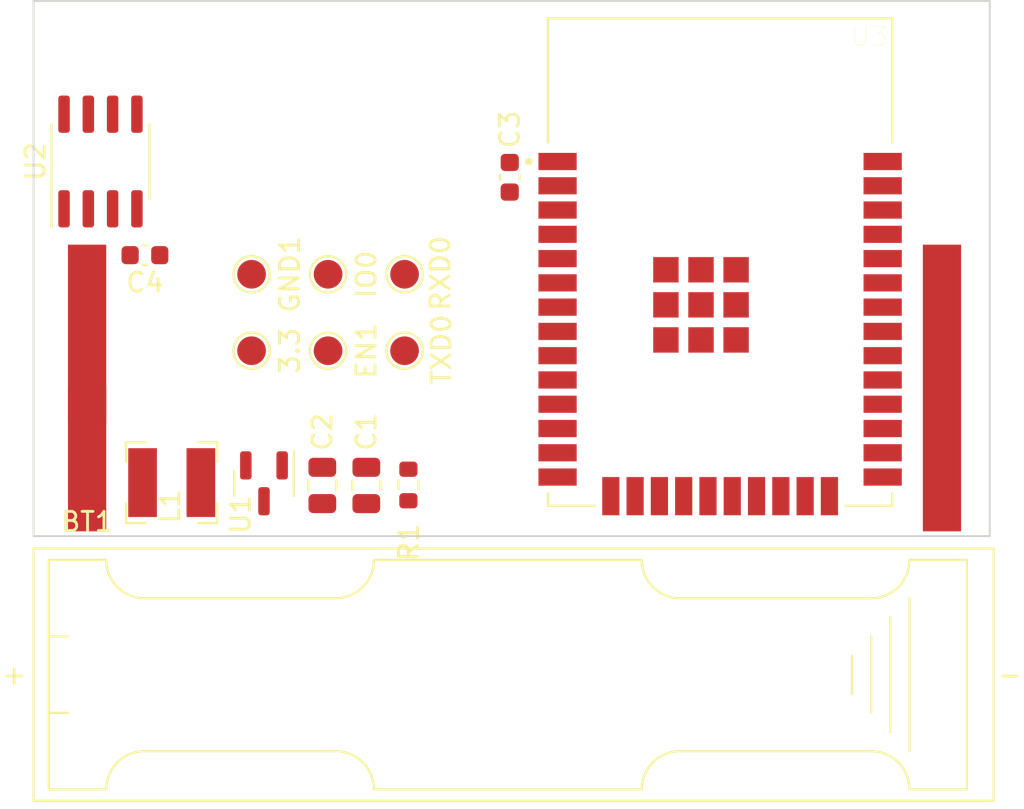
<source format=kicad_pcb>
(kicad_pcb (version 20211014) (generator pcbnew)
  (layers (0 "F.Cu" signal) (31 "B.Cu" signal) (34 "B.Paste" user) (35 "F.Paste" user) (36 "B.SilkS" user "B.Silkscreen") (37 "F.SilkS" user "F.Silkscreen") (38 "B.Mask" user) (39 "F.Mask" user) (44 "Edge.Cuts" user))
  (net 0 "")
  (net 1 "Net-(EN1-Pad1)")
  (net 2 "Net-(IO0-Pad1)")
  (net 3 "Net-(L1-Pad2)")
  (net 4 "Net-(RXD0-Pad1)")
  (net 5 "Net-(TXD0-Pad1)")
  (net 6 "Net-(U2-Pad4)")
  (net 7 "Net-(U2-Pad5)")
  (net 8 "Net-(U2-Pad6)")
  (net 9 "Net-(U2-Pad7)")
  (net 10 "Net-(U2-Pad8)")
  (net 36 "Net-(BT1-Pad1)")
  (net 37 "/3.3")
  (net 38 "/GND")
  (footprint "Capacitor_SMD:C_0603_1608Metric" (layer "F.Cu") (at 5.825 -14.7 180)
    (fp_text reference "C4" (at 0 -1.43) (layer "F.SilkS"))
    (fp_text value "470nF")
    (fp_line (start -0.14058 -0.51) (end 0.14058 -0.51) (layer "F.SilkS") (width 0.12))
    (fp_line (start -0.14058 0.51) (end 0.14058 0.51) (layer "F.SilkS") (width 0.12))
    (pad "1" smd roundrect (at -0.775 0 180) (size 0.9 0.95) (layers "F.Cu" "F.Paste" "F.Mask") (net 38 "/GND"))
    (pad "2" smd roundrect (at 0.775 0 180) (size 0.9 0.95) (layers "F.Cu" "F.Paste" "F.Mask") (net 37 "/3.3"))
  )
  (footprint "Package_TO_SOT_SMD:SOT-23" (layer "F.Cu") (at 12.05 -2.7625 -90)
    (fp_text reference "U1" (at 1.6375 1.225 90) (layer "F.SilkS"))
    (fp_text value "TPS613221A")
    (fp_line (start 0 1.56) (end -0.65 1.56) (layer "F.SilkS") (width 0.12))
    (fp_line (start 0 1.56) (end 0.65 1.56) (layer "F.SilkS") (width 0.12))
    (fp_line (start 0 -1.56) (end -1.675 -1.56) (layer "F.SilkS") (width 0.12))
    (fp_line (start 0 -1.56) (end 0.65 -1.56) (layer "F.SilkS") (width 0.12))
    (pad "1" smd roundrect (at -0.9375 -0.95 270) (size 1.475 0.6) (layers "F.Cu" "F.Paste" "F.Mask") (net 37 "/3.3"))
    (pad "2" smd roundrect (at -0.9375 0.95 270) (size 1.475 0.6) (layers "F.Cu" "F.Paste" "F.Mask") (net 3 "Net-(L1-Pad2)"))
    (pad "3" smd roundrect (at 0.9375 0 270) (size 1.475 0.6) (layers "F.Cu" "F.Paste" "F.Mask") (net 38 "/GND"))
  )
  (footprint "TestPoint:TestPoint_Pad_D1.5mm" (layer "F.Cu") (at 15.4 -9.7 180)
    (fp_text reference "EN1" (at -2 0 90) (layer "F.SilkS"))
    (fp_text value "TestPoint")
    (fp_circle (center 0 0) (end 0 0.95) (layer "F.SilkS") (width 0.12) (fill none))
    (pad "1" smd circle (at 0 0 180) (size 1.5 1.5) (layers "F.Cu" "F.Mask") (net 1 "Net-(EN1-Pad1)"))
  )
  (footprint "KiCadGlobal:ESP32-WROOM-32E" (layer "F.Cu") (at 35.9 -14.34)
    (fp_text reference "U3" (at 7.8125 -11.8) (layer "F.SilkS") (effects (font (thickness 0.015))))
    (fp_text value "ESP32-WROOM")
    (fp_line (start -9 12.75) (end -6.55 12.75) (layer "F.SilkS") (width 0.127))
    (fp_line (start -9 -6.25) (end -9 -12.75) (layer "F.SilkS") (width 0.127))
    (fp_line (start 9 12.75) (end 9 12.1) (layer "F.SilkS") (width 0.127))
    (fp_line (start -9 12.1) (end -9 12.75) (layer "F.SilkS") (width 0.127))
    (fp_line (start 6.55 12.75) (end 9 12.75) (layer "F.SilkS") (width 0.127))
    (fp_line (start 9 -12.75) (end 9 -6.25) (layer "F.SilkS") (width 0.127))
    (fp_line (start -9 -12.75) (end 9 -12.75) (layer "F.SilkS") (width 0.127))
    (fp_circle (center -10 -5.25) (end -9.9 -5.25) (layer "F.SilkS") (width 0.2) (fill none))
    (pad "1" smd rect (at -8.5 -5.26) (size 2 0.9) (layers "F.Cu" "F.Paste" "F.Mask") (net 38 "/GND"))
    (pad "2" smd rect (at -8.5 -3.99) (size 2 0.9) (layers "F.Cu" "F.Paste" "F.Mask") (net 37 "/3.3"))
    (pad "3" smd rect (at -8.5 -2.72) (size 2 0.9) (layers "F.Cu" "F.Paste" "F.Mask") (net 1 "Net-(EN1-Pad1)"))
    (pad "4" smd rect (at -8.5 -1.45) (size 2 0.9) (layers "F.Cu" "F.Paste" "F.Mask"))
    (pad "5" smd rect (at -8.5 -0.18) (size 2 0.9) (layers "F.Cu" "F.Paste" "F.Mask"))
    (pad "6" smd rect (at -8.5 1.09) (size 2 0.9) (layers "F.Cu" "F.Paste" "F.Mask"))
    (pad "7" smd rect (at -8.5 2.36) (size 2 0.9) (layers "F.Cu" "F.Paste" "F.Mask"))
    (pad "8" smd rect (at -8.5 3.63) (size 2 0.9) (layers "F.Cu" "F.Paste" "F.Mask"))
    (pad "9" smd rect (at -8.5 4.9) (size 2 0.9) (layers "F.Cu" "F.Paste" "F.Mask"))
    (pad "10" smd rect (at -8.5 6.17) (size 2 0.9) (layers "F.Cu" "F.Paste" "F.Mask") (net 8 "Net-(U2-Pad6)"))
    (pad "11" smd rect (at -8.5 7.44) (size 2 0.9) (layers "F.Cu" "F.Paste" "F.Mask"))
    (pad "12" smd rect (at -8.5 8.71) (size 2 0.9) (layers "F.Cu" "F.Paste" "F.Mask"))
    (pad "13" smd rect (at -8.5 9.98) (size 2 0.9) (layers "F.Cu" "F.Paste" "F.Mask") (net 10 "Net-(U2-Pad8)"))
    (pad "14" smd rect (at -8.5 11.25) (size 2 0.9) (layers "F.Cu" "F.Paste" "F.Mask") (net 7 "Net-(U2-Pad5)"))
    (pad "15" smd rect (at -5.715 12.25) (size 0.9 2) (layers "F.Cu" "F.Paste" "F.Mask") (net 38 "/GND"))
    (pad "16" smd rect (at -4.445 12.25) (size 0.9 2) (layers "F.Cu" "F.Paste" "F.Mask") (net 9 "Net-(U2-Pad7)"))
    (pad "17" smd rect (at -3.175 12.25) (size 0.9 2) (layers "F.Cu" "F.Paste" "F.Mask"))
    (pad "18" smd rect (at -1.905 12.25) (size 0.9 2) (layers "F.Cu" "F.Paste" "F.Mask"))
    (pad "19" smd rect (at -0.635 12.25) (size 0.9 2) (layers "F.Cu" "F.Paste" "F.Mask"))
    (pad "20" smd rect (at 0.635 12.25) (size 0.9 2) (layers "F.Cu" "F.Paste" "F.Mask"))
    (pad "21" smd rect (at 1.905 12.25) (size 0.9 2) (layers "F.Cu" "F.Paste" "F.Mask"))
    (pad "22" smd rect (at 3.175 12.25) (size 0.9 2) (layers "F.Cu" "F.Paste" "F.Mask"))
    (pad "23" smd rect (at 4.445 12.25) (size 0.9 2) (layers "F.Cu" "F.Paste" "F.Mask") (net 6 "Net-(U2-Pad4)"))
    (pad "24" smd rect (at 5.715 12.25) (size 0.9 2) (layers "F.Cu" "F.Paste" "F.Mask"))
    (pad "25" smd rect (at 8.5 11.25) (size 2 0.9) (layers "F.Cu" "F.Paste" "F.Mask") (net 2 "Net-(IO0-Pad1)"))
    (pad "26" smd rect (at 8.5 9.98) (size 2 0.9) (layers "F.Cu" "F.Paste" "F.Mask"))
    (pad "27" smd rect (at 8.5 8.71) (size 2 0.9) (layers "F.Cu" "F.Paste" "F.Mask"))
    (pad "28" smd rect (at 8.5 7.44) (size 2 0.9) (layers "F.Cu" "F.Paste" "F.Mask"))
    (pad "29" smd rect (at 8.5 6.17) (size 2 0.9) (layers "F.Cu" "F.Paste" "F.Mask"))
    (pad "30" smd rect (at 8.5 4.9) (size 2 0.9) (layers "F.Cu" "F.Paste" "F.Mask"))
    (pad "31" smd rect (at 8.5 3.63) (size 2 0.9) (layers "F.Cu" "F.Paste" "F.Mask"))
    (pad "32" smd rect (at 8.5 2.36) (size 2 0.9) (layers "F.Cu" "F.Paste" "F.Mask"))
    (pad "33" smd rect (at 8.5 1.09) (size 2 0.9) (layers "F.Cu" "F.Paste" "F.Mask"))
    (pad "34" smd rect (at 8.5 -0.18) (size 2 0.9) (layers "F.Cu" "F.Paste" "F.Mask") (net 4 "Net-(RXD0-Pad1)"))
    (pad "35" smd rect (at 8.5 -1.45) (size 2 0.9) (layers "F.Cu" "F.Paste" "F.Mask") (net 5 "Net-(TXD0-Pad1)"))
    (pad "36" smd rect (at 8.5 -2.72) (size 2 0.9) (layers "F.Cu" "F.Paste" "F.Mask"))
    (pad "37" smd rect (at 8.5 -3.99) (size 2 0.9) (layers "F.Cu" "F.Paste" "F.Mask"))
    (pad "38" smd rect (at 8.5 -5.26) (size 2 0.9) (layers "F.Cu" "F.Paste" "F.Mask") (net 38 "/GND"))
    (pad "39" smd rect (at 0.835 0.405) (size 1.33 1.33) (layers "F.Cu" "F.Paste" "F.Mask") (net 38 "/GND"))
    (pad "39" smd rect (at -2.835 0.405) (size 1.33 1.33) (layers "F.Cu" "F.Paste" "F.Mask") (net 38 "/GND"))
    (pad "39" smd rect (at -2.835 4.075) (size 1.33 1.33) (layers "F.Cu" "F.Paste" "F.Mask") (net 38 "/GND"))
    (pad "39" smd rect (at 0.835 4.075) (size 1.33 1.33) (layers "F.Cu" "F.Paste" "F.Mask") (net 38 "/GND"))
    (pad "39" smd rect (at -1 2.24) (size 1.33 1.33) (layers "F.Cu" "F.Paste" "F.Mask") (net 38 "/GND"))
    (pad "39" smd rect (at -1 0.405) (size 1.33 1.33) (layers "F.Cu" "F.Paste" "F.Mask") (net 38 "/GND"))
    (pad "39" smd rect (at 0.835 2.24) (size 1.33 1.33) (layers "F.Cu" "F.Paste" "F.Mask") (net 38 "/GND"))
    (pad "39" smd rect (at -2.835 2.24) (size 1.33 1.33) (layers "F.Cu" "F.Paste" "F.Mask") (net 38 "/GND"))
    (pad "39" smd rect (at -1 4.075) (size 1.33 1.33) (layers "F.Cu" "F.Paste" "F.Mask") (net 38 "/GND"))
  )
  (footprint "Capacitor_SMD:C_0805_2012Metric" (layer "F.Cu") (at 17.4 -2.65 -90)
    (fp_text reference "C1" (at -2.8 0 90) (layer "F.SilkS"))
    (fp_text value "22uf")
    (fp_line (start -0.261252 -0.735) (end 0.261252 -0.735) (layer "F.SilkS") (width 0.12))
    (fp_line (start -0.261252 0.735) (end 0.261252 0.735) (layer "F.SilkS") (width 0.12))
    (pad "1" smd roundrect (at -0.95 0 270) (size 1 1.45) (layers "F.Cu" "F.Paste" "F.Mask") (net 37 "/3.3"))
    (pad "2" smd roundrect (at 0.95 0 270) (size 1 1.45) (layers "F.Cu" "F.Paste" "F.Mask") (net 38 "/GND"))
  )
  (footprint "KiCadGlobal:SOIC-8-1EP_3.9x4.9mm_P1.27mm" (layer "F.Cu") (at 3.5 -19.6 90)
    (fp_text reference "U2" (at 0 -3.4 90) (layer "F.SilkS"))
    (fp_text value "Cur4000")
    (fp_line (start 0 -2.56) (end 1.95 -2.56) (layer "F.SilkS") (width 0.12))
    (fp_line (start 0 -2.56) (end -3.45 -2.56) (layer "F.SilkS") (width 0.12))
    (fp_line (start 0 2.56) (end -1.95 2.56) (layer "F.SilkS") (width 0.12))
    (fp_line (start 0 2.56) (end 1.95 2.56) (layer "F.SilkS") (width 0.12))
    (pad "1" smd roundrect (at -2.475 -1.905 90) (size 1.95 0.6) (layers "F.Cu" "F.Paste" "F.Mask") (net 37 "/3.3"))
    (pad "2" smd roundrect (at -2.475 -0.635 90) (size 1.95 0.6) (layers "F.Cu" "F.Paste" "F.Mask") (net 38 "/GND"))
    (pad "3" smd roundrect (at -2.475 0.635 90) (size 1.95 0.6) (layers "F.Cu" "F.Paste" "F.Mask") (net 38 "/GND") (thermal_gap 0.25))
    (pad "4" smd roundrect (at -2.475 1.905 90) (size 1.95 0.6) (layers "F.Cu" "F.Paste" "F.Mask") (net 6 "Net-(U2-Pad4)"))
    (pad "5" smd roundrect (at 2.475 1.905 90) (size 1.95 0.6) (layers "F.Cu" "F.Paste" "F.Mask") (net 7 "Net-(U2-Pad5)"))
    (pad "6" smd roundrect (at 2.475 0.635 90) (size 1.95 0.6) (layers "F.Cu" "F.Paste" "F.Mask") (net 8 "Net-(U2-Pad6)"))
    (pad "7" smd roundrect (at 2.475 -0.635 90) (size 1.95 0.6) (layers "F.Cu" "F.Paste" "F.Mask") (net 9 "Net-(U2-Pad7)"))
    (pad "8" smd roundrect (at 2.475 -1.905 90) (size 1.95 0.6) (layers "F.Cu" "F.Paste" "F.Mask") (net 10 "Net-(U2-Pad8)"))
  )
  (footprint "Capacitor_SMD:C_0603_1608Metric" (layer "F.Cu") (at 24.9 -18.775 90)
    (fp_text reference "C3" (at 2.5 0 90) (layer "F.SilkS"))
    (fp_text value "100nf")
    (fp_line (start -0.14058 -0.51) (end 0.14058 -0.51) (layer "F.SilkS") (width 0.12))
    (fp_line (start -0.14058 0.51) (end 0.14058 0.51) (layer "F.SilkS") (width 0.12))
    (pad "1" smd roundrect (at -0.775 0 90) (size 0.9 0.95) (layers "F.Cu" "F.Paste" "F.Mask") (net 37 "/3.3"))
    (pad "2" smd roundrect (at 0.775 0 90) (size 0.9 0.95) (layers "F.Cu" "F.Paste" "F.Mask") (net 38 "/GND"))
  )
  (footprint "TestPoint:TestPoint_Pad_D1.5mm" (layer "F.Cu") (at 11.4 -9.7 180)
    (fp_text reference "3.3" (at -2 0 90) (layer "F.SilkS"))
    (fp_text value "TestPoint")
    (fp_circle (center 0 0) (end 0 0.95) (layer "F.SilkS") (width 0.12) (fill none))
    (pad "1" smd circle (at 0 0 180) (size 1.5 1.5) (layers "F.Cu" "F.Mask") (net 37 "/3.3"))
  )
  (footprint "Resistor_SMD:R_0603_1608Metric" (layer "F.Cu") (at 19.6 -2.675 90)
    (fp_text reference "R1" (at -3 0.025 90) (layer "F.SilkS"))
    (fp_text value "10k")
    (fp_line (start -0.237258 -0.5225) (end 0.237258 -0.5225) (layer "F.SilkS") (width 0.12))
    (fp_line (start -0.237258 0.5225) (end 0.237258 0.5225) (layer "F.SilkS") (width 0.12))
    (pad "1" smd roundrect (at -0.825 0 90) (size 0.8 0.95) (layers "F.Cu" "F.Paste" "F.Mask") (net 37 "/3.3"))
    (pad "2" smd roundrect (at 0.825 0 90) (size 0.8 0.95) (layers "F.Cu" "F.Paste" "F.Mask") (net 1 "Net-(EN1-Pad1)"))
  )
  (footprint "TestPoint:TestPoint_Pad_D1.5mm" (layer "F.Cu") (at 15.4 -13.7 180)
    (fp_text reference "IO0" (at -2 0 90) (layer "F.SilkS"))
    (fp_text value "TestPoint")
    (fp_circle (center 0 0) (end 0 0.95) (layer "F.SilkS") (width 0.12) (fill none))
    (pad "1" smd circle (at 0 0 180) (size 1.5 1.5) (layers "F.Cu" "F.Mask") (net 2 "Net-(IO0-Pad1)"))
  )
  (footprint "Capacitor_SMD:C_0805_2012Metric" (layer "F.Cu") (at 15.1 -2.65 -90)
    (fp_text reference "C2" (at -2.8 0 90) (layer "F.SilkS"))
    (fp_text value "22uf")
    (fp_line (start -0.261252 0.735) (end 0.261252 0.735) (layer "F.SilkS") (width 0.12))
    (fp_line (start -0.261252 -0.735) (end 0.261252 -0.735) (layer "F.SilkS") (width 0.12))
    (pad "1" smd roundrect (at -0.95 0 270) (size 1 1.45) (layers "F.Cu" "F.Paste" "F.Mask") (net 37 "/3.3"))
    (pad "2" smd roundrect (at 0.95 0 270) (size 1 1.45) (layers "F.Cu" "F.Paste" "F.Mask") (net 38 "/GND"))
  )
  (footprint "Inductor_SMD:L_Bourns-SRN4018" (layer "F.Cu") (at 7.225 -2.8)
    (fp_text reference "L1" (at -0.0875 1.25 90) (layer "F.SilkS"))
    (fp_text value "4.7uF")
    (fp_line (start -2.385 -2.11) (end -2.385 -1.085) (layer "F.SilkS") (width 0.12))
    (fp_line (start -2.385 2.11) (end -1.36 2.11) (layer "F.SilkS") (width 0.12))
    (fp_line (start 2.385 2.11) (end 2.385 1.085) (layer "F.SilkS") (width 0.12))
    (fp_line (start -2.385 -2.11) (end -1.36 -2.11) (layer "F.SilkS") (width 0.12))
    (fp_line (start 2.385 2.11) (end 1.36 2.11) (layer "F.SilkS") (width 0.12))
    (fp_line (start -2.385 2.11) (end -2.385 1.085) (layer "F.SilkS") (width 0.12))
    (fp_line (start 2.385 -2.11) (end 2.385 -1.085) (layer "F.SilkS") (width 0.12))
    (fp_line (start 2.385 -2.11) (end 1.36 -2.11) (layer "F.SilkS") (width 0.12))
    (pad "1" smd rect (at -1.525 0) (size 1.5 3.6) (layers "F.Cu" "F.Paste" "F.Mask") (net 36 "Net-(BT1-Pad1)"))
    (pad "2" smd rect (at 1.525 0) (size 1.5 3.6) (layers "F.Cu" "F.Paste" "F.Mask") (net 3 "Net-(L1-Pad2)"))
  )
  (footprint "TestPoint:TestPoint_Pad_D1.5mm" (layer "F.Cu") (at 11.4 -13.7 180)
    (fp_text reference "GND1" (at -2 0 90) (layer "F.SilkS"))
    (fp_text value "TestPoint")
    (fp_circle (center 0 0) (end 0 0.95) (layer "F.SilkS") (width 0.12) (fill none))
    (pad "1" smd circle (at 0 0 180) (size 1.5 1.5) (layers "F.Cu" "F.Mask") (net 38 "/GND"))
  )
  (footprint "KiCadGlobal:BatteryHolder_Keystone_2466_1xAAA" (layer "F.Cu") (at 2.8 7.25)
    (fp_text reference "BT1" (at 0 -8) (layer "F.SilkS"))
    (fp_text value "AAA Battery")
    (fp_text user "+" (at -3.81 0) (layer "F.SilkS"))
    (fp_text user "-" (at 48.26 0) (layer "F.SilkS"))
    (fp_line (start -2 -6) (end 1 -6) (layer "F.SilkS") (width 0.12))
    (fp_line (start 43 -4) (end 43 4) (layer "F.SilkS") (width 0.12))
    (fp_line (start -2 -6) (end -2 6) (layer "F.SilkS") (width 0.12))
    (fp_line (start -2.8 6.6) (end 47.4 6.6) (layer "F.SilkS") (width 0.12))
    (fp_line (start -2 -2) (end -1 -2) (layer "F.SilkS") (width 0.12))
    (fp_line (start 46 -6) (end 46 6) (layer "F.SilkS") (width 0.12))
    (fp_line (start -2.8 -6.6) (end -2.8 6.6) (layer "F.SilkS") (width 0.12))
    (fp_line (start -1 2) (end -2 2) (layer "F.SilkS") (width 0.12))
    (fp_line (start -2 6) (end 1 6) (layer "F.SilkS") (width 0.12))
    (fp_line (start 29 -6) (end 15 -6) (layer "F.SilkS") (width 0.12))
    (fp_line (start 40 -1) (end 40 1) (layer "F.SilkS") (width 0.12))
    (fp_line (start 46 6) (end 43 6) (layer "F.SilkS") (width 0.12))
    (fp_line (start 41 4) (end 31 4) (layer "F.SilkS") (width 0.12))
    (fp_line (start 41 -2) (end 41 2) (layer "F.SilkS") (width 0.12))
    (fp_line (start 15 6) (end 29 6) (layer "F.SilkS") (width 0.12))
    (fp_line (start 3 -4) (end 13 -4) (layer "F.SilkS") (width 0.12))
    (fp_line (start 41 -4) (end 31 -4) (layer "F.SilkS") (width 0.12))
    (fp_line (start 42 3) (end 42 -3) (layer "F.SilkS") (width 0.12))
    (fp_line (start 46 -6) (end 43 -6) (layer "F.SilkS") (width 0.12))
    (fp_line (start 47.4 -6.6) (end -2.8 -6.6) (layer "F.SilkS") (width 0.12))
    (fp_line (start 3 4) (end 13 4) (layer "F.SilkS") (width 0.12))
    (fp_line (start 47.4 6.6) (end 47.4 -6.6) (layer "F.SilkS") (width 0.12))
    (fp_arc (start 41 4) (mid 42.414214 4.585786) (end 43 6) (layer "F.SilkS") (width 0.12))
    (fp_arc (start 43 -6) (mid 42.414214 -4.585786) (end 41 -4) (layer "F.SilkS") (width 0.12))
    (fp_arc (start 31 -4) (mid 29.585786 -4.585786) (end 29 -6) (layer "F.SilkS") (width 0.12))
    (fp_arc (start 29 6) (mid 29.585786 4.585786) (end 31 4) (layer "F.SilkS") (width 0.12))
    (fp_arc (start 13 4) (mid 14.414214 4.585786) (end 15 6) (layer "F.SilkS") (width 0.12))
    (fp_arc (start 3 -4) (mid 1.585786 -4.585786) (end 1 -6) (layer "F.SilkS") (width 0.12))
    (fp_arc (start 1 6) (mid 1.585786 4.585786) (end 3 4) (layer "F.SilkS") (width 0.12))
    (fp_arc (start 15 -6) (mid 14.414214 -4.585786) (end 13 -4) (layer "F.SilkS") (width 0.12))
    (pad "1" smd rect (at 0 -15) (size 2 15) (layers "F.Cu" "F.Paste" "F.Mask") (net 36 "Net-(BT1-Pad1)"))
    (pad "2" smd rect (at 44.7 -15) (size 2 15) (layers "F.Cu" "F.Paste" "F.Mask") (net 38 "/GND"))
  )
  (footprint "TestPoint:TestPoint_Pad_D1.5mm" (layer "F.Cu") (at 19.4 -13.7 180)
    (fp_text reference "RXD0" (at -1.875 0.05 90) (layer "F.SilkS"))
    (fp_text value "TestPoint")
    (fp_circle (center 0 0) (end 0 0.95) (layer "F.SilkS") (width 0.12) (fill none))
    (pad "1" smd circle (at 0 0 180) (size 1.5 1.5) (layers "F.Cu" "F.Mask") (net 4 "Net-(RXD0-Pad1)"))
  )
  (footprint "TestPoint:TestPoint_Pad_D1.5mm" (layer "F.Cu") (at 19.4 -9.7 180)
    (fp_text reference "TXD0" (at -1.925 0.05 90) (layer "F.SilkS"))
    (fp_text value "TestPoint")
    (fp_circle (center 0 0) (end 0 0.95) (layer "F.SilkS") (width 0.12) (fill none))
    (pad "1" smd circle (at 0 0 180) (size 1.5 1.5) (layers "F.Cu" "F.Mask") (net 5 "Net-(TXD0-Pad1)"))
  )
  (gr_line (start 0 0) (end 50 0) (layer "Edge.Cuts") (width 0.1))
  (gr_line (start 50 -28) (end 50 0) (layer "Edge.Cuts") (width 0.1))
  (gr_line (start 0 -28) (end 0 0) (layer "Edge.Cuts") (width 0.1))
  (gr_line (start 50 -28) (end 0 -28) (layer "Edge.Cuts") (width 0.1))
  (segment (start 2.8 -7.75) (end 2.8 -6.0125) (width 2) (layer "F.Cu") (net 36))
)
</source>
